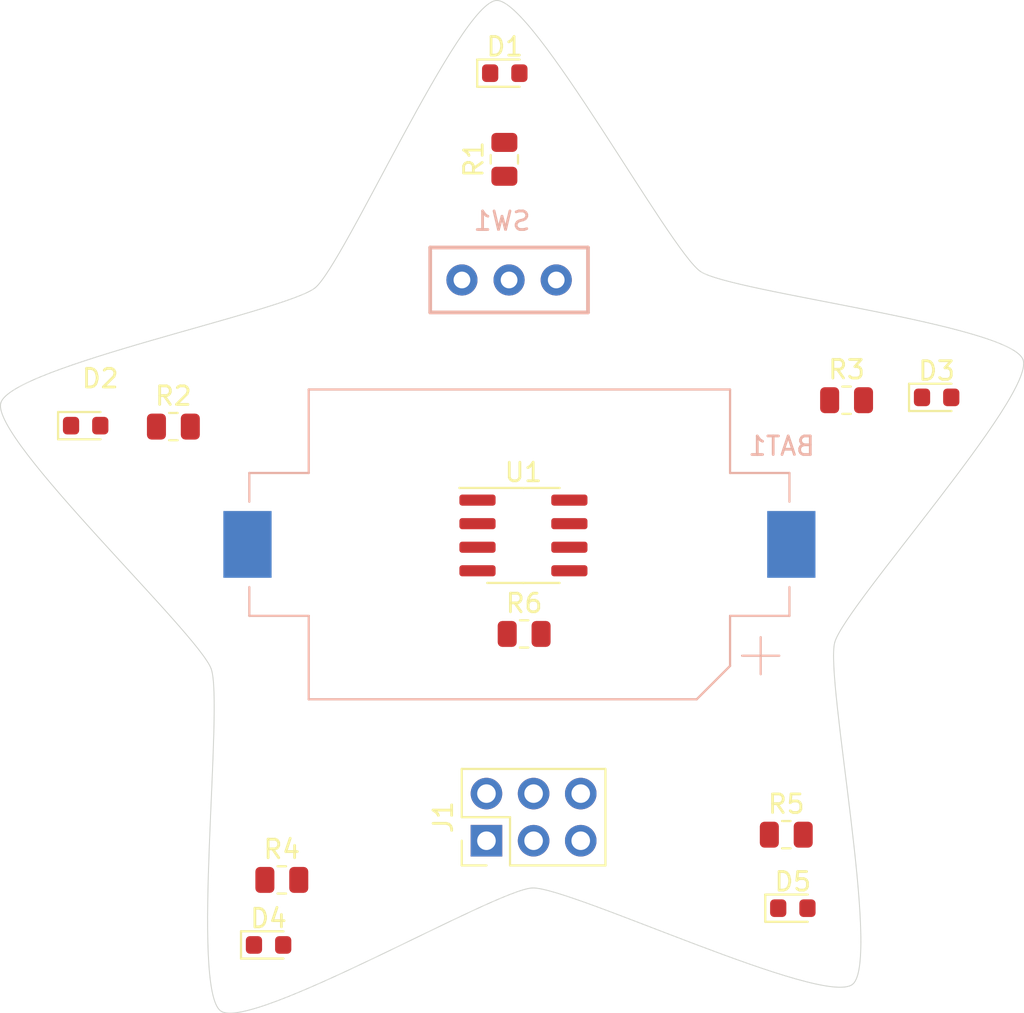
<source format=kicad_pcb>
(kicad_pcb (version 20221018) (generator pcbnew)
  (title_block (title "Star Necklace ATtiny13") (date "2024-03-22") (rev "1") (company "Angelina Tsuboi"))
  (layers (0 "F.Cu" signal) (31 "B.Cu" signal) (34 "B.Paste" user) (35 "F.Paste" user) (36 "B.SilkS" user "B.Silkscreen") (37 "F.SilkS" user "F.Silkscreen") (38 "B.Mask" user) (39 "F.Mask" user) (44 "Edge.Cuts" user))
  (net 0 "")
  (net 1 "Net-(D1-K)")
  (net 2 "GNDREF")
  (net 3 "Net-(D2-K)")
  (net 4 "Net-(D3-K)")
  (net 5 "Net-(D4-K)")
  (net 6 "Net-(D5-K)")
  (net 7 "VCC")
  (net 8 "RST")
  (net 9 "PB3")
  (net 10 "PB4")
  (net 11 "MOSI")
  (net 12 "MISO")
  (net 13 "SCK")
  (net 15 "Net-(BAT1-+)")
  (footprint "LED_SMD:LED_0603_1608Metric" (layer "F.Cu") (at 62.632944 78.515142)
    (fp_text reference "D5" (at 0 -1.43) (layer "F.SilkS"))
    (fp_text value "LED")
    (fp_line (start -1.485 -0.735) (end -1.485 0.735) (stroke (width 0.12)) (layer "F.SilkS"))
    (fp_line (start -1.485 0.735) (end 0.8 0.735) (stroke (width 0.12)) (layer "F.SilkS"))
    (fp_line (start 0.8 -0.735) (end -1.485 -0.735) (stroke (width 0.12)) (layer "F.SilkS"))
    (pad "1" smd roundrect (at -0.7875 0) (size 0.875 0.95) (layers "F.Cu" "F.Paste" "F.Mask") (net 6 "Net-(D5-K)"))
    (pad "2" smd roundrect (at 0.7875 0) (size 0.875 0.95) (layers "F.Cu" "F.Paste" "F.Mask") (net 10 "PB4"))
  )
  (footprint "Resistor_SMD:R_0805_2012Metric" (layer "F.Cu") (at 62.279244 74.552742)
    (fp_text reference "R5" (at 0 -1.65) (layer "F.SilkS"))
    (fp_text value "100")
    (fp_line (start -0.227064 -0.735) (end 0.227064 -0.735) (stroke (width 0.12)) (layer "F.SilkS"))
    (fp_line (start -0.227064 0.735) (end 0.227064 0.735) (stroke (width 0.12)) (layer "F.SilkS"))
    (pad "1" smd roundrect (at -0.9125 0) (size 1.025 1.4) (layers "F.Cu" "F.Paste" "F.Mask") (roundrect_rratio 0.243902) (net 6 "Net-(D5-K)"))
    (pad "2" smd roundrect (at 0.9125 0) (size 1.025 1.4) (layers "F.Cu" "F.Paste" "F.Mask") (roundrect_rratio 0.243902) (net 2 "GNDREF"))
  )
  (footprint "LED_SMD:LED_0603_1608Metric" (layer "F.Cu") (at 24.532944 52.505542)
    (fp_text reference "D2" (at 0.7875 -2.54) (layer "F.SilkS"))
    (fp_text value "LED")
    (fp_line (start -1.485 -0.735) (end -1.485 0.735) (stroke (width 0.12)) (layer "F.SilkS"))
    (fp_line (start -1.485 0.735) (end 0.8 0.735) (stroke (width 0.12)) (layer "F.SilkS"))
    (fp_line (start 0.8 -0.735) (end -1.485 -0.735) (stroke (width 0.12)) (layer "F.SilkS"))
    (pad "1" smd roundrect (at -0.7875 0) (size 0.875 0.95) (layers "F.Cu" "F.Paste" "F.Mask") (net 3 "Net-(D2-K)"))
    (pad "2" smd roundrect (at 0.7875 0) (size 0.875 0.95) (layers "F.Cu" "F.Paste" "F.Mask") (net 12 "MISO"))
  )
  (footprint "LED_SMD:LED_0603_1608Metric" (layer "F.Cu") (at 70.379844 50.981542)
    (fp_text reference "D3" (at 0 -1.43) (layer "F.SilkS"))
    (fp_text value "LED")
    (fp_line (start -1.485 -0.735) (end -1.485 0.735) (stroke (width 0.12)) (layer "F.SilkS"))
    (fp_line (start -1.485 0.735) (end 0.8 0.735) (stroke (width 0.12)) (layer "F.SilkS"))
    (fp_line (start 0.8 -0.735) (end -1.485 -0.735) (stroke (width 0.12)) (layer "F.SilkS"))
    (pad "1" smd roundrect (at -0.7875 0) (size 0.875 0.95) (layers "F.Cu" "F.Paste" "F.Mask") (net 4 "Net-(D3-K)"))
    (pad "2" smd roundrect (at 0.7875 0) (size 0.875 0.95) (layers "F.Cu" "F.Paste" "F.Mask") (net 13 "SCK"))
  )
  (footprint "Resistor_SMD:R_0805_2012Metric" (layer "F.Cu") (at 65.528544 51.133942)
    (fp_text reference "R3" (at 0 -1.65) (layer "F.SilkS"))
    (fp_text value "100")
    (fp_line (start -0.227064 -0.735) (end 0.227064 -0.735) (stroke (width 0.12)) (layer "F.SilkS"))
    (fp_line (start -0.227064 0.735) (end 0.227064 0.735) (stroke (width 0.12)) (layer "F.SilkS"))
    (pad "1" smd roundrect (at -0.9125 0) (size 1.025 1.4) (layers "F.Cu" "F.Paste" "F.Mask") (roundrect_rratio 0.243902) (net 4 "Net-(D3-K)"))
    (pad "2" smd roundrect (at 0.9125 0) (size 1.025 1.4) (layers "F.Cu" "F.Paste" "F.Mask") (roundrect_rratio 0.243902) (net 2 "GNDREF"))
  )
  (footprint "LED_SMD:LED_0603_1608Metric" (layer "F.Cu") (at 34.388144 80.496342)
    (fp_text reference "D4" (at 0 -1.43) (layer "F.SilkS"))
    (fp_text value "LED")
    (fp_line (start -1.485 -0.735) (end -1.485 0.735) (stroke (width 0.12)) (layer "F.SilkS"))
    (fp_line (start -1.485 0.735) (end 0.8 0.735) (stroke (width 0.12)) (layer "F.SilkS"))
    (fp_line (start 0.8 -0.735) (end -1.485 -0.735) (stroke (width 0.12)) (layer "F.SilkS"))
    (pad "1" smd roundrect (at -0.7875 0) (size 0.875 0.95) (layers "F.Cu" "F.Paste" "F.Mask") (net 5 "Net-(D4-K)"))
    (pad "2" smd roundrect (at 0.7875 0) (size 0.875 0.95) (layers "F.Cu" "F.Paste" "F.Mask") (net 9 "PB3"))
  )
  (footprint "Package_SO:SOIC-8_3.9x4.9mm_P1.27mm" (layer "F.Cu") (at 48.118344 58.423742)
    (fp_text reference "U1" (at 0 -3.4) (layer "F.SilkS"))
    (fp_text value "ATtiny13A")
    (fp_line (start 0 -2.56) (end -3.45 -2.56) (stroke (width 0.12)) (layer "F.SilkS"))
    (fp_line (start 0 -2.56) (end 1.95 -2.56) (stroke (width 0.12)) (layer "F.SilkS"))
    (fp_line (start 0 2.56) (end -1.95 2.56) (stroke (width 0.12)) (layer "F.SilkS"))
    (fp_line (start 0 2.56) (end 1.95 2.56) (stroke (width 0.12)) (layer "F.SilkS"))
    (pad "1" smd roundrect (at -2.475 -1.905) (size 1.95 0.6) (layers "F.Cu" "F.Paste" "F.Mask") (net 8 "RST"))
    (pad "2" smd roundrect (at -2.475 -0.635) (size 1.95 0.6) (layers "F.Cu" "F.Paste" "F.Mask") (net 9 "PB3"))
    (pad "3" smd roundrect (at -2.475 0.635) (size 1.95 0.6) (layers "F.Cu" "F.Paste" "F.Mask") (net 10 "PB4"))
    (pad "4" smd roundrect (at -2.475 1.905) (size 1.95 0.6) (layers "F.Cu" "F.Paste" "F.Mask") (net 2 "GNDREF"))
    (pad "5" smd roundrect (at 2.475 1.905) (size 1.95 0.6) (layers "F.Cu" "F.Paste" "F.Mask") (net 11 "MOSI"))
    (pad "6" smd roundrect (at 2.475 0.635) (size 1.95 0.6) (layers "F.Cu" "F.Paste" "F.Mask") (net 12 "MISO"))
    (pad "7" smd roundrect (at 2.475 -0.635) (size 1.95 0.6) (layers "F.Cu" "F.Paste" "F.Mask") (net 13 "SCK"))
    (pad "8" smd roundrect (at 2.475 -1.905) (size 1.95 0.6) (layers "F.Cu" "F.Paste" "F.Mask") (net 7 "VCC"))
  )
  (footprint "Resistor_SMD:R_0805_2012Metric" (layer "F.Cu") (at 48.156844 63.732342)
    (fp_text reference "R6" (at 0 -1.65) (layer "F.SilkS"))
    (fp_text value "4.7k")
    (fp_line (start -0.227064 -0.735) (end 0.227064 -0.735) (stroke (width 0.12)) (layer "F.SilkS"))
    (fp_line (start -0.227064 0.735) (end 0.227064 0.735) (stroke (width 0.12)) (layer "F.SilkS"))
    (pad "1" smd roundrect (at -0.9125 0) (size 1.025 1.4) (layers "F.Cu" "F.Paste" "F.Mask") (roundrect_rratio 0.243902) (net 7 "VCC"))
    (pad "2" smd roundrect (at 0.9125 0) (size 1.025 1.4) (layers "F.Cu" "F.Paste" "F.Mask") (roundrect_rratio 0.243902) (net 8 "RST"))
  )
  (footprint "Connector_PinHeader_2.54mm:PinHeader_2x03_P2.54mm_Vertical" (layer "F.Cu") (at 46.1264 74.8792 90)
    (fp_text reference "J1" (at 1.27 -2.33 90) (layer "F.SilkS"))
    (fp_text value "Conn_02x03_Odd_Even" hide)
    (fp_line (start -1.33 -1.33) (end 0 -1.33) (stroke (width 0.12)) (layer "F.SilkS"))
    (fp_line (start -1.33 0) (end -1.33 -1.33) (stroke (width 0.12)) (layer "F.SilkS"))
    (fp_line (start -1.33 1.27) (end -1.33 6.41) (stroke (width 0.12)) (layer "F.SilkS"))
    (fp_line (start -1.33 1.27) (end 1.27 1.27) (stroke (width 0.12)) (layer "F.SilkS"))
    (fp_line (start -1.33 6.41) (end 3.87 6.41) (stroke (width 0.12)) (layer "F.SilkS"))
    (fp_line (start 1.27 -1.33) (end 3.87 -1.33) (stroke (width 0.12)) (layer "F.SilkS"))
    (fp_line (start 1.27 1.27) (end 1.27 -1.33) (stroke (width 0.12)) (layer "F.SilkS"))
    (fp_line (start 3.87 -1.33) (end 3.87 6.41) (stroke (width 0.12)) (layer "F.SilkS"))
    (pad "1" thru_hole rect (at 0 0 90) (size 1.7 1.7) (drill 1) (layers "*.Cu" "*.Mask") (net 12 "MISO"))
    (pad "2" thru_hole oval (at 2.54 0 90) (size 1.7 1.7) (drill 1) (layers "*.Cu" "*.Mask") (net 7 "VCC"))
    (pad "3" thru_hole oval (at 0 2.54 90) (size 1.7 1.7) (drill 1) (layers "*.Cu" "*.Mask") (net 13 "SCK"))
    (pad "4" thru_hole oval (at 2.54 2.54 90) (size 1.7 1.7) (drill 1) (layers "*.Cu" "*.Mask") (net 11 "MOSI"))
    (pad "5" thru_hole oval (at 0 5.08 90) (size 1.7 1.7) (drill 1) (layers "*.Cu" "*.Mask") (net 8 "RST"))
    (pad "6" thru_hole oval (at 2.54 5.08 90) (size 1.7 1.7) (drill 1) (layers "*.Cu" "*.Mask") (net 2 "GNDREF"))
  )
  (footprint "Resistor_SMD:R_0805_2012Metric" (layer "F.Cu") (at 29.259244 52.556342)
    (fp_text reference "R2" (at 0 -1.65) (layer "F.SilkS"))
    (fp_text value "100")
    (fp_line (start -0.227064 -0.735) (end 0.227064 -0.735) (stroke (width 0.12)) (layer "F.SilkS"))
    (fp_line (start -0.227064 0.735) (end 0.227064 0.735) (stroke (width 0.12)) (layer "F.SilkS"))
    (pad "1" smd roundrect (at -0.9125 0) (size 1.025 1.4) (layers "F.Cu" "F.Paste" "F.Mask") (roundrect_rratio 0.243902) (net 3 "Net-(D2-K)"))
    (pad "2" smd roundrect (at 0.9125 0) (size 1.025 1.4) (layers "F.Cu" "F.Paste" "F.Mask") (roundrect_rratio 0.243902) (net 2 "GNDREF"))
  )
  (footprint "Resistor_SMD:R_0805_2012Metric" (layer "F.Cu") (at 47.0916 38.1508 90)
    (fp_text reference "R1" (at 0 -1.65 90) (layer "F.SilkS"))
    (fp_text value "100")
    (fp_line (start -0.227064 -0.735) (end 0.227064 -0.735) (stroke (width 0.12)) (layer "F.SilkS"))
    (fp_line (start -0.227064 0.735) (end 0.227064 0.735) (stroke (width 0.12)) (layer "F.SilkS"))
    (pad "1" smd roundrect (at -0.9125 0 90) (size 1.025 1.4) (layers "F.Cu" "F.Paste" "F.Mask") (roundrect_rratio 0.243902) (net 1 "Net-(D1-K)"))
    (pad "2" smd roundrect (at 0.9125 0 90) (size 1.025 1.4) (layers "F.Cu" "F.Paste" "F.Mask") (roundrect_rratio 0.243902) (net 2 "GNDREF"))
  )
  (footprint "LED_SMD:LED_0603_1608Metric" (layer "F.Cu") (at 47.113444 33.506342)
    (fp_text reference "D1" (at 0 -1.43) (layer "F.SilkS"))
    (fp_text value "LED")
    (fp_line (start -1.485 -0.735) (end -1.485 0.735) (stroke (width 0.12)) (layer "F.SilkS"))
    (fp_line (start -1.485 0.735) (end 0.8 0.735) (stroke (width 0.12)) (layer "F.SilkS"))
    (fp_line (start 0.8 -0.735) (end -1.485 -0.735) (stroke (width 0.12)) (layer "F.SilkS"))
    (pad "1" smd roundrect (at -0.7875 0) (size 0.875 0.95) (layers "F.Cu" "F.Paste" "F.Mask") (net 1 "Net-(D1-K)"))
    (pad "2" smd roundrect (at 0.7875 0) (size 0.875 0.95) (layers "F.Cu" "F.Paste" "F.Mask") (net 11 "MOSI"))
  )
  (footprint "Resistor_SMD:R_0805_2012Metric" (layer "F.Cu") (at 35.101244 76.991142)
    (fp_text reference "R4" (at 0 -1.65) (layer "F.SilkS"))
    (fp_text value "100")
    (fp_line (start -0.227064 -0.735) (end 0.227064 -0.735) (stroke (width 0.12)) (layer "F.SilkS"))
    (fp_line (start -0.227064 0.735) (end 0.227064 0.735) (stroke (width 0.12)) (layer "F.SilkS"))
    (pad "1" smd roundrect (at -0.9125 0) (size 1.025 1.4) (layers "F.Cu" "F.Paste" "F.Mask") (roundrect_rratio 0.243902) (net 5 "Net-(D4-K)"))
    (pad "2" smd roundrect (at 0.9125 0) (size 1.025 1.4) (layers "F.Cu" "F.Paste" "F.Mask") (roundrect_rratio 0.243902) (net 2 "GNDREF"))
  )
  (footprint "Button_Switch_THT:Schiebeschalter_SS-12D00" (layer "B.Cu") (at 47.3456 44.6532 180)
    (fp_text reference "SW1" (at 0.381 3.175) (layer "B.SilkS") (effects (justify mirror)))
    (fp_text value "SW_SPDT")
    (fp_line (start -4.25 -1.75) (end -4.25 1.75) (stroke (width 0.2)) (layer "B.SilkS"))
    (fp_line (start -4.25 1.75) (end 4.25 1.75) (stroke (width 0.2)) (layer "B.SilkS"))
    (fp_line (start 4.25 -1.75) (end -4.25 -1.75) (stroke (width 0.2)) (layer "B.SilkS"))
    (fp_line (start 4.25 1.75) (end 4.25 -1.75) (stroke (width 0.2)) (layer "B.SilkS"))
    (pad "1" thru_hole circle (at -2.54 0 180) (size 1.6764 1.6764) (drill 0.9) (layers "*.Cu" "*.Mask"))
    (pad "2" thru_hole circle (at 0 0 180) (size 1.6764 1.6764) (drill 0.9) (layers "*.Cu" "*.Mask") (net 7 "VCC"))
    (pad "3" thru_hole circle (at 2.54 0 180) (size 1.6764 1.6764) (drill 0.9) (layers "*.Cu" "*.Mask") (net 15 "Net-(BAT1-+)"))
  )
  (footprint "Battery:BatteryHolder_Keystone_1060_1x2032" (layer "B.Cu") (at 47.900944 58.906342 180)
    (fp_text reference "BAT1" (at -14.125 5.3) (layer "B.SilkS") (effects (justify mirror)))
    (fp_text value "Coin Cell Holder 3V" hide)
    (fp_line (start -14.55 -3.85) (end -14.55 -2.3) (stroke (width 0.12)) (layer "B.SilkS"))
    (fp_line (start -14.55 3.85) (end -14.55 2.3) (stroke (width 0.12)) (layer "B.SilkS"))
    (fp_line (start -13 -5) (end -13 -7) (stroke (width 0.12)) (layer "B.SilkS"))
    (fp_line (start -12 -6) (end -14 -6) (stroke (width 0.12)) (layer "B.SilkS"))
    (fp_line (start -11.35 -6.55) (end -11.35 -3.85) (stroke (width 0.12)) (layer "B.SilkS"))
    (fp_line (start -11.35 -3.85) (end -14.55 -3.85) (stroke (width 0.12)) (layer "B.SilkS"))
    (fp_line (start -11.35 3.85) (end -14.55 3.85) (stroke (width 0.12)) (layer "B.SilkS"))
    (fp_line (start -11.35 8.35) (end -11.35 3.85) (stroke (width 0.12)) (layer "B.SilkS"))
    (fp_line (start -11.35 8.35) (end 11.35 8.35) (stroke (width 0.12)) (layer "B.SilkS"))
    (fp_line (start -9.55 -8.35) (end -11.35 -6.55) (stroke (width 0.12)) (layer "B.SilkS"))
    (fp_line (start 11.35 -8.35) (end -9.55 -8.35) (stroke (width 0.12)) (layer "B.SilkS"))
    (fp_line (start 11.35 -8.35) (end 11.35 -3.85) (stroke (width 0.12)) (layer "B.SilkS"))
    (fp_line (start 11.35 -3.85) (end 14.55 -3.85) (stroke (width 0.12)) (layer "B.SilkS"))
    (fp_line (start 11.35 3.85) (end 14.55 3.85) (stroke (width 0.12)) (layer "B.SilkS"))
    (fp_line (start 11.35 8.35) (end 11.35 3.85) (stroke (width 0.12)) (layer "B.SilkS"))
    (fp_line (start 14.55 -3.85) (end 14.55 -2.3) (stroke (width 0.12)) (layer "B.SilkS"))
    (fp_line (start 14.55 3.85) (end 14.55 2.3) (stroke (width 0.12)) (layer "B.SilkS"))
    (pad "1" smd rect (at -14.65 0) (size 2.6 3.6) (layers "B.Cu" "B.Paste" "B.Mask") (net 15 "Net-(BAT1-+)"))
    (pad "2" smd rect (at 14.65 0) (size 2.6 3.6) (layers "B.Cu" "B.Paste" "B.Mask") (net 2 "GNDREF"))
  )
  (gr_curve (pts (xy 31.817335 84.060234) (xy 30.170335 82.935884) (xy 31.984235 67.51652) (xy 31.295769 65.613432)) (stroke (width 0.05)) (layer "Edge.Cuts"))
  (gr_curve (pts (xy 31.295769 65.613432) (xy 30.607302 63.710344) (xy 19.427905 53.241255) (xy 19.960944 51.286342)) (stroke (width 0.05)) (layer "Edge.Cuts"))
  (gr_curve (pts (xy 48.597646 77.424773) (xy 46.621209 77.508631) (xy 33.464335 85.184577) (xy 31.817335 84.060234)) (stroke (width 0.05)) (layer "Edge.Cuts"))
  (gr_curve (pts (xy 19.960944 51.286342) (xy 20.493981 49.33143) (xy 35.344437 46.336948) (xy 36.895377 45.076923)) (stroke (width 0.05)) (layer "Edge.Cuts"))
  (gr_curve (pts (xy 65.854424 82.616095) (xy 64.303487 83.876127) (xy 50.574084 77.340916) (xy 48.597646 77.424773)) (stroke (width 0.05)) (layer "Edge.Cuts"))
  (gr_curve (pts (xy 46.670377 29.586837) (xy 48.646814 29.50298) (xy 56.010998 43.071657) (xy 57.658 44.196)) (stroke (width 0.05)) (layer "Edge.Cuts"))
  (gr_curve (pts (xy 64.890401 64.188071) (xy 64.357361 66.142984) (xy 67.405362 81.35607) (xy 65.854424 82.616095)) (stroke (width 0.05)) (layer "Edge.Cuts"))
  (gr_curve (pts (xy 75.034111 48.949691) (xy 75.722574 50.852772) (xy 65.42344 62.233159) (xy 64.890401 64.188071)) (stroke (width 0.05)) (layer "Edge.Cuts"))
  (gr_curve (pts (xy 36.895377 45.076923) (xy 38.446317 43.816891) (xy 44.693946 29.670695) (xy 46.670377 29.586837)) (stroke (width 0.05)) (layer "Edge.Cuts"))
  (gr_curve (pts (xy 57.658 44.196) (xy 59.305002 45.320343) (xy 74.345642 47.046603) (xy 75.034111 48.949691)) (stroke (width 0.05)) (layer "Edge.Cuts"))
)
</source>
